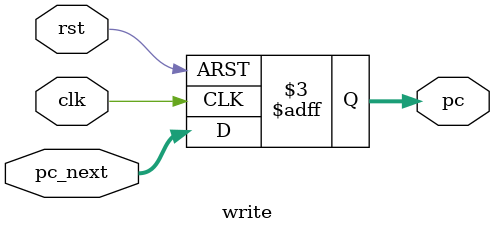
<source format=sv>
`include "define.vh"

module write(
	input logic clk,
	input logic rst,
	input logic [31:0] pc_next,
	output logic [31:0] pc
    );
	always @(negedge rst or posedge clk) begin
		if (rst == '0) begin
			pc <= 'h08000;
		end else begin
			pc <= pc_next;
		end
	end
endmodule

</source>
